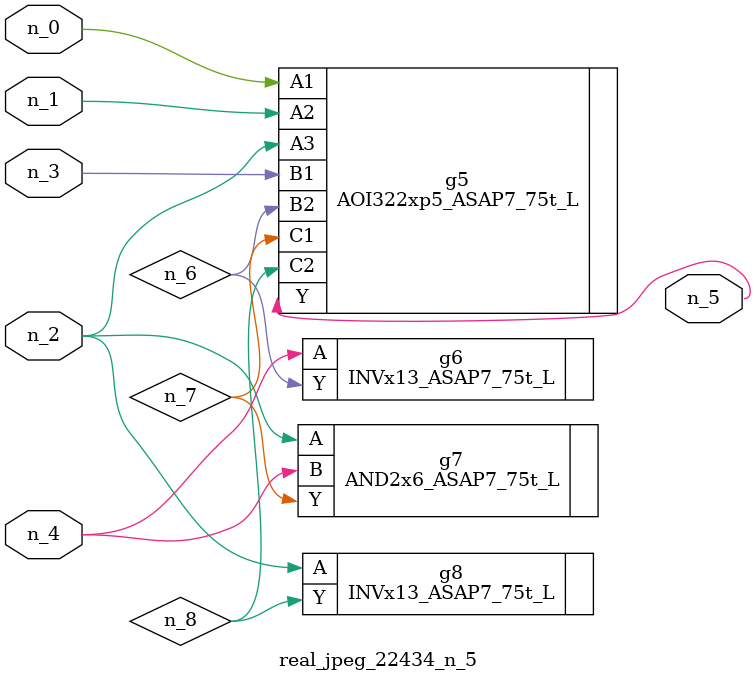
<source format=v>
module real_jpeg_22434_n_5 (n_4, n_0, n_1, n_2, n_3, n_5);

input n_4;
input n_0;
input n_1;
input n_2;
input n_3;

output n_5;

wire n_8;
wire n_6;
wire n_7;

AOI322xp5_ASAP7_75t_L g5 ( 
.A1(n_0),
.A2(n_1),
.A3(n_2),
.B1(n_3),
.B2(n_6),
.C1(n_7),
.C2(n_8),
.Y(n_5)
);

AND2x6_ASAP7_75t_L g7 ( 
.A(n_2),
.B(n_4),
.Y(n_7)
);

INVx13_ASAP7_75t_L g8 ( 
.A(n_2),
.Y(n_8)
);

INVx13_ASAP7_75t_L g6 ( 
.A(n_4),
.Y(n_6)
);


endmodule
</source>
